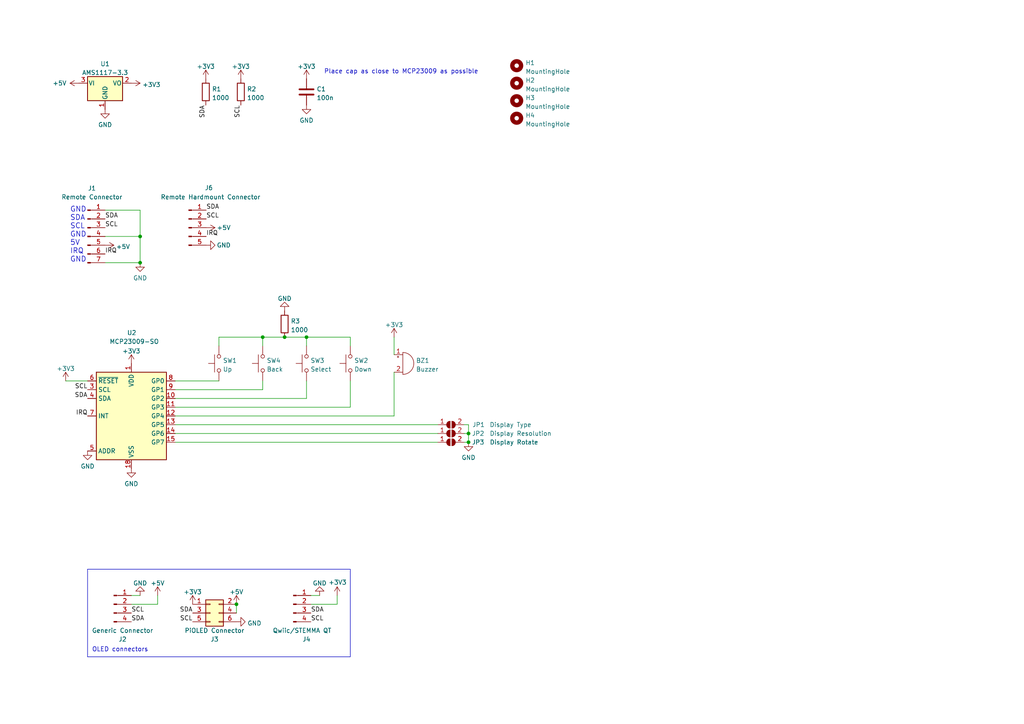
<source format=kicad_sch>
(kicad_sch (version 20230121) (generator eeschema)
  (paper "A4")
  (title_block (title "PicoPOST Remote") (date "2024-01-15") (rev "1.1") (company "The Retro Web") (comment 1 "by Matthew Petry (fireTwoOneNine) and contributors"))
  (lib_symbols
    (symbol "Connector:Conn_01x04_Male" (pin_names (offset 1.016) hide)
      (property "Reference" "J" (at 0 5.08 0))
      (property "Value" "Conn_01x04_Male" (at 0 -7.62 0))
      (symbol "Conn_01x04_Male_1_1"
        (polyline (pts (xy 1.27 -5.08) (xy 0.8636 -5.08)) (stroke (width 0.1524)))
        (polyline (pts (xy 1.27 -2.54) (xy 0.8636 -2.54)) (stroke (width 0.1524)))
        (polyline (pts (xy 1.27 0) (xy 0.8636 0)) (stroke (width 0.1524)))
        (polyline (pts (xy 1.27 2.54) (xy 0.8636 2.54)) (stroke (width 0.1524)))
        (rectangle (start 0.8636 -4.953) (end 0 -5.207) (stroke (width 0.1524)) (fill (type outline)))
        (rectangle (start 0.8636 -2.413) (end 0 -2.667) (stroke (width 0.1524)) (fill (type outline)))
        (rectangle (start 0.8636 0.127) (end 0 -0.127) (stroke (width 0.1524)) (fill (type outline)))
        (rectangle (start 0.8636 2.667) (end 0 2.413) (stroke (width 0.1524)) (fill (type outline)))
        (pin passive line (at 5.08 2.54 180) (length 3.81) (name "Pin_1") (number "1"))
        (pin passive line (at 5.08 0 180) (length 3.81) (name "Pin_2") (number "2"))
        (pin passive line (at 5.08 -2.54 180) (length 3.81) (name "Pin_3") (number "3"))
        (pin passive line (at 5.08 -5.08 180) (length 3.81) (name "Pin_4") (number "4"))
      )
    )
    (symbol "Connector:Conn_01x05_Pin" (pin_names (offset 1.016) hide)
      (property "Reference" "J" (at 0 7.62 0))
      (property "Value" "Conn_01x05_Pin" (at 0 -7.62 0))
      (symbol "Conn_01x05_Pin_1_1"
        (polyline (pts (xy 1.27 -5.08) (xy 0.8636 -5.08)) (stroke (width 0.1524)))
        (polyline (pts (xy 1.27 -2.54) (xy 0.8636 -2.54)) (stroke (width 0.1524)))
        (polyline (pts (xy 1.27 0) (xy 0.8636 0)) (stroke (width 0.1524)))
        (polyline (pts (xy 1.27 2.54) (xy 0.8636 2.54)) (stroke (width 0.1524)))
        (polyline (pts (xy 1.27 5.08) (xy 0.8636 5.08)) (stroke (width 0.1524)))
        (rectangle (start 0.8636 -4.953) (end 0 -5.207) (stroke (width 0.1524)) (fill (type outline)))
        (rectangle (start 0.8636 -2.413) (end 0 -2.667) (stroke (width 0.1524)) (fill (type outline)))
        (rectangle (start 0.8636 0.127) (end 0 -0.127) (stroke (width 0.1524)) (fill (type outline)))
        (rectangle (start 0.8636 2.667) (end 0 2.413) (stroke (width 0.1524)) (fill (type outline)))
        (rectangle (start 0.8636 5.207) (end 0 4.953) (stroke (width 0.1524)) (fill (type outline)))
        (pin passive line (at 5.08 5.08 180) (length 3.81) (name "Pin_1") (number "1"))
        (pin passive line (at 5.08 2.54 180) (length 3.81) (name "Pin_2") (number "2"))
        (pin passive line (at 5.08 0 180) (length 3.81) (name "Pin_3") (number "3"))
        (pin passive line (at 5.08 -2.54 180) (length 3.81) (name "Pin_4") (number "4"))
        (pin passive line (at 5.08 -5.08 180) (length 3.81) (name "Pin_5") (number "5"))
      )
    )
    (symbol "Connector:Conn_01x07_Male" (pin_names (offset 1.016) hide)
      (property "Reference" "J" (at 0 10.16 0))
      (property "Value" "Conn_01x07_Male" (at 0 -10.16 0))
      (symbol "Conn_01x07_Male_1_1"
        (polyline (pts (xy 1.27 -7.62) (xy 0.8636 -7.62)) (stroke (width 0.1524)))
        (polyline (pts (xy 1.27 -5.08) (xy 0.8636 -5.08)) (stroke (width 0.1524)))
        (polyline (pts (xy 1.27 -2.54) (xy 0.8636 -2.54)) (stroke (width 0.1524)))
        (polyline (pts (xy 1.27 0) (xy 0.8636 0)) (stroke (width 0.1524)))
        (polyline (pts (xy 1.27 2.54) (xy 0.8636 2.54)) (stroke (width 0.1524)))
        (polyline (pts (xy 1.27 5.08) (xy 0.8636 5.08)) (stroke (width 0.1524)))
        (polyline (pts (xy 1.27 7.62) (xy 0.8636 7.62)) (stroke (width 0.1524)))
        (rectangle (start 0.8636 -7.493) (end 0 -7.747) (stroke (width 0.1524)) (fill (type outline)))
        (rectangle (start 0.8636 -4.953) (end 0 -5.207) (stroke (width 0.1524)) (fill (type outline)))
        (rectangle (start 0.8636 -2.413) (end 0 -2.667) (stroke (width 0.1524)) (fill (type outline)))
        (rectangle (start 0.8636 0.127) (end 0 -0.127) (stroke (width 0.1524)) (fill (type outline)))
        (rectangle (start 0.8636 2.667) (end 0 2.413) (stroke (width 0.1524)) (fill (type outline)))
        (rectangle (start 0.8636 5.207) (end 0 4.953) (stroke (width 0.1524)) (fill (type outline)))
        (rectangle (start 0.8636 7.747) (end 0 7.493) (stroke (width 0.1524)) (fill (type outline)))
        (pin passive line (at 5.08 7.62 180) (length 3.81) (name "Pin_1") (number "1"))
        (pin passive line (at 5.08 5.08 180) (length 3.81) (name "Pin_2") (number "2"))
        (pin passive line (at 5.08 2.54 180) (length 3.81) (name "Pin_3") (number "3"))
        (pin passive line (at 5.08 0 180) (length 3.81) (name "Pin_4") (number "4"))
        (pin passive line (at 5.08 -2.54 180) (length 3.81) (name "Pin_5") (number "5"))
        (pin passive line (at 5.08 -5.08 180) (length 3.81) (name "Pin_6") (number "6"))
        (pin passive line (at 5.08 -7.62 180) (length 3.81) (name "Pin_7") (number "7"))
      )
    )
    (symbol "Connector_Generic:Conn_02x03_Odd_Even" (pin_names (offset 1.016) hide)
      (property "Reference" "J" (at 1.27 5.08 0))
      (property "Value" "Conn_02x03_Odd_Even" (at 1.27 -5.08 0))
      (symbol "Conn_02x03_Odd_Even_1_1"
        (rectangle (start -1.27 -2.413) (end 0 -2.667) (stroke (width 0.1524)))
        (rectangle (start -1.27 0.127) (end 0 -0.127) (stroke (width 0.1524)))
        (rectangle (start -1.27 2.667) (end 0 2.413) (stroke (width 0.1524)))
        (rectangle (start -1.27 3.81) (end 3.81 -3.81) (stroke (width 0.254)) (fill (type background)))
        (rectangle (start 3.81 -2.413) (end 2.54 -2.667) (stroke (width 0.1524)))
        (rectangle (start 3.81 0.127) (end 2.54 -0.127) (stroke (width 0.1524)))
        (rectangle (start 3.81 2.667) (end 2.54 2.413) (stroke (width 0.1524)))
        (pin passive line (at -5.08 2.54 0) (length 3.81) (name "Pin_1") (number "1"))
        (pin passive line (at 7.62 2.54 180) (length 3.81) (name "Pin_2") (number "2"))
        (pin passive line (at -5.08 0 0) (length 3.81) (name "Pin_3") (number "3"))
        (pin passive line (at 7.62 0 180) (length 3.81) (name "Pin_4") (number "4"))
        (pin passive line (at -5.08 -2.54 0) (length 3.81) (name "Pin_5") (number "5"))
        (pin passive line (at 7.62 -2.54 180) (length 3.81) (name "Pin_6") (number "6"))
      )
    )
    (symbol "Device:Buzzer" (pin_names (offset 0.0254) hide)
      (property "Reference" "BZ" (at 3.81 1.27 0))
      (property "Value" "Buzzer" (at 3.81 -1.27 0))
      (symbol "Buzzer_0_1"
        (arc (start 0 -3.175) (mid 3.1612 0) (end 0 3.175))
        (polyline (pts (xy -1.651 1.905) (xy -1.143 1.905)))
        (polyline (pts (xy -1.397 2.159) (xy -1.397 1.651)))
        (polyline (pts (xy 0 3.175) (xy 0 -3.175)))
      )
      (symbol "Buzzer_1_1"
        (pin passive line (at -2.54 2.54 0) (length 2.54) (name "-") (number "1"))
        (pin passive line (at -2.54 -2.54 0) (length 2.54) (name "+") (number "2"))
      )
    )
    (symbol "Device:C" (pin_numbers hide) (pin_names (offset 0.254))
      (property "Reference" "C" (at 0.635 2.54 0))
      (property "Value" "C" (at 0.635 -2.54 0))
      (symbol "C_0_1"
        (polyline (pts (xy -2.032 -0.762) (xy 2.032 -0.762)) (stroke (width 0.508)))
        (polyline (pts (xy -2.032 0.762) (xy 2.032 0.762)) (stroke (width 0.508)))
      )
      (symbol "C_1_1"
        (pin passive line (at 0 3.81 270) (length 2.794) (name "~") (number "1"))
        (pin passive line (at 0 -3.81 90) (length 2.794) (name "~") (number "2"))
      )
    )
    (symbol "Device:R" (pin_numbers hide) (pin_names (offset 0))
      (property "Reference" "R" (at 2.032 0 90))
      (property "Value" "R" (at 0 0 90))
      (symbol "R_0_1"
        (rectangle (start -1.016 -2.54) (end 1.016 2.54) (stroke (width 0.254)))
      )
      (symbol "R_1_1"
        (pin passive line (at 0 3.81 270) (length 1.27) (name "~") (number "1"))
        (pin passive line (at 0 -3.81 90) (length 1.27) (name "~") (number "2"))
      )
    )
    (symbol "Jumper:SolderJumper_2_Open" (pin_names (offset 0) hide)
      (property "Reference" "JP" (at 0 2.032 0))
      (property "Value" "SolderJumper_2_Open" (at 0 -2.54 0))
      (symbol "SolderJumper_2_Open_0_1"
        (arc (start -0.254 1.016) (mid -1.2656 0) (end -0.254 -1.016))
        (arc (start -0.254 1.016) (mid -1.2656 0) (end -0.254 -1.016) (fill (type outline)))
        (polyline (pts (xy -0.254 1.016) (xy -0.254 -1.016)))
        (polyline (pts (xy 0.254 1.016) (xy 0.254 -1.016)))
        (arc (start 0.254 -1.016) (mid 1.2656 0) (end 0.254 1.016))
        (arc (start 0.254 -1.016) (mid 1.2656 0) (end 0.254 1.016) (fill (type outline)))
      )
      (symbol "SolderJumper_2_Open_1_1"
        (pin passive line (at -3.81 0 0) (length 2.54) (name "A") (number "1"))
        (pin passive line (at 3.81 0 180) (length 2.54) (name "B") (number "2"))
      )
    )
    (symbol "MCP23009-E_SO:MCP23009-SO"
      (property "Reference" "U" (at -8.89 13.97 0))
      (property "Value" "MCP23009-SO" (at 8.89 13.97 0))
      (symbol "MCP23009-SO_0_1"
        (rectangle (start -10.16 12.7) (end 10.16 -12.7) (stroke (width 0.254)) (fill (type background)))
      )
      (symbol "MCP23009-SO_1_1"
        (pin power_in line (at 0 15.24 270) (length 2.54) (name "VDD") (number "1"))
        (pin bidirectional line (at 12.7 5.08 180) (length 2.54) (name "GP2") (number "10"))
        (pin bidirectional line (at 12.7 2.54 180) (length 2.54) (name "GP3") (number "11"))
        (pin bidirectional line (at 12.7 0 180) (length 2.54) (name "GP4") (number "12"))
        (pin bidirectional line (at 12.7 -2.54 180) (length 2.54) (name "GP5") (number "13"))
        (pin bidirectional line (at 12.7 -5.08 180) (length 2.54) (name "GP6") (number "14"))
        (pin bidirectional line (at 12.7 -7.62 180) (length 2.54) (name "GP7") (number "15"))
        (pin power_in line (at 0 -15.24 90) (length 2.54) (name "VSS") (number "18"))
        (pin input line (at -12.7 7.62 0) (length 2.54) (name "SCL") (number "3"))
        (pin bidirectional line (at -12.7 5.08 0) (length 2.54) (name "SDA") (number "4"))
        (pin input line (at -12.7 -10.16 0) (length 2.54) (name "ADDR") (number "5"))
        (pin input line (at -12.7 10.16 0) (length 2.54) (name "~{RESET}") (number "6"))
        (pin output line (at -12.7 0 0) (length 2.54) (name "INT") (number "7"))
        (pin bidirectional line (at 12.7 10.16 180) (length 2.54) (name "GP0") (number "8"))
        (pin bidirectional line (at 12.7 7.62 180) (length 2.54) (name "GP1") (number "9"))
      )
    )
    (symbol "Mechanical:MountingHole" (pin_names (offset 1.016))
      (property "Reference" "H" (at 0 5.08 0))
      (property "Value" "MountingHole" (at 0 3.175 0))
      (symbol "MountingHole_0_1"
        (circle (center 0 0) (radius 1.27) (stroke (width 1.27)))
      )
    )
    (symbol "Regulator_Linear:AMS1117-3.3" (pin_names (offset 0.254))
      (property "Reference" "U" (at -3.81 3.175 0))
      (property "Value" "AMS1117-3.3" (at 0 3.175 0))
      (symbol "AMS1117-3.3_0_1"
        (rectangle (start -5.08 -5.08) (end 5.08 1.905) (stroke (width 0.254)) (fill (type background)))
      )
      (symbol "AMS1117-3.3_1_1"
        (pin power_in line (at 0 -7.62 90) (length 2.54) (name "GND") (number "1"))
        (pin power_out line (at 7.62 0 180) (length 2.54) (name "VO") (number "2"))
        (pin power_in line (at -7.62 0 0) (length 2.54) (name "VI") (number "3"))
      )
    )
    (symbol "Switch:SW_Push" (pin_numbers hide) (pin_names (offset 1.016) hide)
      (property "Reference" "SW" (at 1.27 2.54 0))
      (property "Value" "SW_Push" (at 0 -1.524 0))
      (symbol "SW_Push_0_1"
        (circle (center -2.032 0) (radius 0.508))
        (polyline (pts (xy 0 1.27) (xy 0 3.048)))
        (polyline (pts (xy 2.54 1.27) (xy -2.54 1.27)))
        (circle (center 2.032 0) (radius 0.508))
        (pin passive line (at -5.08 0 0) (length 2.54) (name "1") (number "1"))
        (pin passive line (at 5.08 0 180) (length 2.54) (name "2") (number "2"))
      )
    )
    (symbol "power:+3.3V" (power) (pin_names (offset 0))
      (property "Value" "+3.3V" (at 0 3.556 0))
      (symbol "+3.3V_0_1"
        (polyline (pts (xy -0.762 1.27) (xy 0 2.54)))
        (polyline (pts (xy 0 0) (xy 0 2.54)))
        (polyline (pts (xy 0 2.54) (xy 0.762 1.27)))
      )
      (symbol "+3.3V_1_1"
        (pin power_in line (at 0 0 90) (length 0) hide (name "+3V3") (number "1"))
      )
    )
    (symbol "power:+3V3" (power) (pin_names (offset 0))
      (property "Value" "+3V3" (at 0 3.556 0))
      (symbol "+3V3_0_1"
        (polyline (pts (xy -0.762 1.27) (xy 0 2.54)))
        (polyline (pts (xy 0 0) (xy 0 2.54)))
        (polyline (pts (xy 0 2.54) (xy 0.762 1.27)))
      )
      (symbol "+3V3_1_1"
        (pin power_in line (at 0 0 90) (length 0) hide (name "+3V3") (number "1"))
      )
    )
    (symbol "power:+5V" (power) (pin_names (offset 0))
      (property "Value" "+5V" (at 0 3.556 0))
      (symbol "+5V_0_1"
        (polyline (pts (xy -0.762 1.27) (xy 0 2.54)))
        (polyline (pts (xy 0 0) (xy 0 2.54)))
        (polyline (pts (xy 0 2.54) (xy 0.762 1.27)))
      )
      (symbol "+5V_1_1"
        (pin power_in line (at 0 0 90) (length 0) hide (name "+5V") (number "1"))
      )
    )
    (symbol "power:GND" (power) (pin_names (offset 0))
      (property "Value" "GND" (at 0 -3.81 0))
      (symbol "GND_0_1"
        (polyline (pts (xy 0 0) (xy 0 -1.27) (xy 1.27 -1.27) (xy 0 -2.54) (xy -1.27 -1.27) (xy 0 -1.27)))
      )
      (symbol "GND_1_1"
        (pin power_in line (at 0 0 270) (length 0) hide (name "GND") (number "1"))
      )
    )
  )
  (junction (at 40.64 76.2))
  (junction (at 40.64 68.58))
  (junction (at 82.55 97.79))
  (junction (at 68.58 175.26))
  (junction (at 76.2 97.79))
  (junction (at 135.89 128.27))
  (junction (at 135.89 125.73))
  (junction (at 88.9 97.79))
  (wire (pts (xy 134.62 128.27) (xy 135.89 128.27)))
  (wire (pts (xy 135.89 123.19) (xy 135.89 125.73)))
  (polyline (pts (xy 25.4 190.5) (xy 101.6 190.5)))
  (wire (pts (xy 135.89 128.27) (xy 135.89 125.73)))
  (wire (pts (xy 50.8 123.19) (xy 127 123.19)))
  (wire (pts (xy 50.8 118.11) (xy 101.6 118.11)))
  (wire (pts (xy 90.17 175.26) (xy 97.79 175.26)))
  (wire (pts (xy 50.8 113.03) (xy 76.2 113.03)))
  (polyline (pts (xy 25.4 165.1) (xy 101.6 165.1)))
  (wire (pts (xy 90.17 172.72) (xy 92.71 172.72)))
  (wire (pts (xy 30.48 60.96) (xy 40.64 60.96)))
  (polyline (pts (xy 25.4 165.1) (xy 25.4 190.5)))
  (wire (pts (xy 50.8 120.65) (xy 114.3 120.65)))
  (wire (pts (xy 101.6 118.11) (xy 101.6 110.49)))
  (wire (pts (xy 40.64 60.96) (xy 40.64 68.58)))
  (wire (pts (xy 45.72 175.26) (xy 45.72 172.72)))
  (wire (pts (xy 88.9 97.79) (xy 101.6 97.79)))
  (wire (pts (xy 68.58 175.26) (xy 68.58 177.8)))
  (wire (pts (xy 134.62 125.73) (xy 135.89 125.73)))
  (wire (pts (xy 114.3 97.79) (xy 114.3 102.87)))
  (wire (pts (xy 63.5 97.79) (xy 76.2 97.79)))
  (wire (pts (xy 50.8 115.57) (xy 88.9 115.57)))
  (wire (pts (xy 50.8 128.27) (xy 127 128.27)))
  (wire (pts (xy 38.1 175.26) (xy 45.72 175.26)))
  (wire (pts (xy 82.55 97.79) (xy 88.9 97.79)))
  (wire (pts (xy 63.5 100.33) (xy 63.5 97.79)))
  (polyline (pts (xy 101.6 190.5) (xy 101.6 165.1)))
  (wire (pts (xy 76.2 97.79) (xy 82.55 97.79)))
  (wire (pts (xy 40.64 68.58) (xy 40.64 76.2)))
  (wire (pts (xy 114.3 120.65) (xy 114.3 107.95)))
  (wire (pts (xy 134.62 123.19) (xy 135.89 123.19)))
  (wire (pts (xy 76.2 97.79) (xy 76.2 100.33)))
  (wire (pts (xy 19.05 110.49) (xy 25.4 110.49)))
  (wire (pts (xy 30.48 68.58) (xy 40.64 68.58)))
  (wire (pts (xy 38.1 172.72) (xy 40.64 172.72)))
  (wire (pts (xy 88.9 97.79) (xy 88.9 100.33)))
  (wire (pts (xy 76.2 113.03) (xy 76.2 110.49)))
  (wire (pts (xy 101.6 97.79) (xy 101.6 100.33)))
  (wire (pts (xy 30.48 76.2) (xy 40.64 76.2)))
  (wire (pts (xy 50.8 125.73) (xy 127 125.73)))
  (wire (pts (xy 50.8 110.49) (xy 63.5 110.49)))
  (wire (pts (xy 88.9 115.57) (xy 88.9 110.49)))
  (wire (pts (xy 97.79 175.26) (xy 97.79 172.72)))
  (text "GND\nSDA\nSCL\nGND\n5V\nIRQ\nGND" (at 20.32 76.2 0) (effects (font (size 1.5 1.5)) (justify left bottom)))
  (text "Place cap as close to MCP23009 as possible" (at 93.98 21.59 0) (effects (font (size 1.27 1.27)) (justify left bottom)))
  (text "OLED connectors" (at 26.67 189.23 0) (effects (font (size 1.27 1.27)) (justify left bottom)))
  (label "SDA" (at 55.88 177.8 180))
  (label "SCL" (at 30.48 66.04 0))
  (label "SDA" (at 30.48 63.5 0))
  (label "SDA" (at 90.17 177.8 0))
  (label "SDA" (at 38.1 180.34 0))
  (label "SDA" (at 25.4 115.57 180))
  (label "SCL" (at 59.817 63.5 0))
  (label "SCL" (at 55.88 180.34 180))
  (label "SCL" (at 25.4 113.03 180))
  (label "IRQ" (at 25.4 120.65 180))
  (label "SCL" (at 69.85 30.48 270))
  (label "SCL" (at 38.1 177.8 0))
  (label "SCL" (at 90.17 180.34 0))
  (label "SDA" (at 59.69 30.48 270))
  (label "SDA" (at 59.817 60.96 0))
  (label "IRQ" (at 59.817 68.58 0))
  (label "IRQ" (at 30.48 73.66 0))
  (symbol (lib_id "Connector:Conn_01x07_Male") (at 25.4 68.58 0) (unit 1)
    (property "Reference" "J1" (at 26.67 54.61 0))
    (property "Value" "Remote Connector" (at 26.67 57.15 0))
    (property "Footprint" "eec:Molex-47080-4001-0-0-0" (effects hide))
  )
  (symbol (lib_id "power:GND") (at 30.48 31.75 0) (unit 1)
    (property "Reference" "#PWR04" (effects hide))
    (property "Value" "GND" (at 30.48 36.1934 0))
  )
  (symbol (lib_id "power:GND") (at 38.1 135.89 0) (unit 1)
    (property "Reference" "#PWR08" (effects hide))
    (property "Value" "GND" (at 38.1 140.3334 0))
  )
  (symbol (lib_id "Connector:Conn_01x05_Pin") (at 54.737 66.04 0) (unit 1)
    (property "Reference" "J6" (at 60.579 54.483 0))
    (property "Value" "Remote Hardmount Connector" (at 61.087 57.15 0))
    (property "Footprint" "Connector_PinSocket_2.54mm:PinSocket_1x05_P2.54mm_Horizontal" (effects hide))
  )
  (symbol (lib_id "power:GND") (at 82.55 90.17 180) (unit 1)
    (property "Reference" "#PWR017" (effects hide))
    (property "Value" "GND" (at 82.55 86.5942 0))
  )
  (symbol (lib_id "Mechanical:MountingHole") (at 149.86 29.21 0) (unit 1)
    (property "Reference" "H3" (at 152.4 28.3753 0) (effects (justify left)))
    (property "Value" "MountingHole" (at 152.4 30.9122 0) (effects (justify left)))
    (property "Footprint" "MountingHole:MountingHole_2.2mm_M2" (effects hide))
  )
  (symbol (lib_id "Mechanical:MountingHole") (at 149.86 19.05 0) (unit 1)
    (property "Reference" "H1" (at 152.4 18.2153 0) (effects (justify left)))
    (property "Value" "MountingHole" (at 152.4 20.7522 0) (effects (justify left)))
    (property "Footprint" "MountingHole:MountingHole_2.2mm_M2" (effects hide))
  )
  (symbol (lib_id "Device:C") (at 88.9 26.67 0) (unit 1)
    (property "Reference" "C1" (at 91.821 25.8353 0) (effects (justify left)))
    (property "Value" "100n" (at 91.821 28.3722 0) (effects (justify left)))
    (property "Footprint" "Capacitor_SMD:C_1206_3216Metric_Pad1.33x1.80mm_HandSolder" (effects hide))
  )
  (symbol (lib_id "power:+3V3") (at 69.85 22.86 0) (unit 1)
    (property "Reference" "#PWR016" (effects hide))
    (property "Value" "+3V3" (at 69.85 19.2842 0))
  )
  (symbol (lib_id "Jumper:SolderJumper_2_Open") (at 130.81 125.73 0) (unit 1)
    (property "Reference" "JP2" (at 138.684 125.73 0))
    (property "Value" "Display Resolution" (at 151.003 125.73 0))
    (property "Footprint" "Jumper:SolderJumper-2_P1.3mm_Open_TrianglePad1.0x1.5mm" (effects hide))
  )
  (symbol (lib_id "Jumper:SolderJumper_2_Open") (at 130.81 123.19 0) (unit 1)
    (property "Reference" "JP1" (at 138.811 123.19 0))
    (property "Value" "Display Type" (at 148.082 123.19 0))
    (property "Footprint" "Jumper:SolderJumper-2_P1.3mm_Open_TrianglePad1.0x1.5mm" (effects hide))
  )
  (symbol (lib_id "Connector:Conn_01x04_Male") (at 33.02 175.26 0) (unit 1)
    (property "Reference" "J2" (at 35.56 185.42 0))
    (property "Value" "Generic Connector" (at 35.56 182.88 0))
    (property "Footprint" "Connector_PinHeader_2.54mm:PinHeader_1x04_P2.54mm_Vertical" (effects hide))
  )
  (symbol (lib_id "power:GND") (at 40.64 172.72 180) (unit 1)
    (property "Reference" "#PWR010" (effects hide))
    (property "Value" "GND" (at 40.64 169.1442 0))
  )
  (symbol (lib_id "power:+3V3") (at 59.69 22.86 0) (unit 1)
    (property "Reference" "#PWR013" (effects hide))
    (property "Value" "+3V3" (at 59.69 19.2842 0))
  )
  (symbol (lib_id "power:+3V3") (at 38.1 105.41 0) (unit 1)
    (property "Reference" "#PWR07" (effects hide))
    (property "Value" "+3V3" (at 38.1 101.8342 0))
  )
  (symbol (lib_id "Mechanical:MountingHole") (at 149.86 34.29 0) (unit 1)
    (property "Reference" "H4" (at 152.4 33.4553 0) (effects (justify left)))
    (property "Value" "MountingHole" (at 152.4 35.9922 0) (effects (justify left)))
    (property "Footprint" "MountingHole:MountingHole_2.2mm_M2" (effects hide))
  )
  (symbol (lib_id "Connector:Conn_01x04_Male") (at 85.09 175.26 0) (unit 1)
    (property "Reference" "J4" (at 88.9 185.42 0))
    (property "Value" "Qwiic/STEMMA QT" (at 87.63 182.88 0))
    (property "Footprint" "Connector_JST:JST_SH_SM04B-SRSS-TB_1x04-1MP_P1.00mm_Horizontal" (effects hide))
  )
  (symbol (lib_id "MCP23009-E_SO:MCP23009-SO") (at 38.1 120.65 0) (unit 1)
    (property "Reference" "U2" (at 36.83 96.52 0) (effects (justify left)))
    (property "Value" "MCP23009-SO" (at 31.75 99.06 0) (effects (justify left)))
    (property "Footprint" "Package_SO:SOIC-18W_7.5x11.6mm_P1.27mm" (effects hide))
    (property "Datasheet" "http://ww1.microchip.com/downloads/en/DeviceDoc/MCP23008-MCP23S08-Data-Sheet-20001919F.pdf" (effects hide))
  )
  (symbol (lib_id "power:GND") (at 88.9 30.48 0) (unit 1)
    (property "Reference" "#PWR022" (effects hide))
    (property "Value" "GND" (at 88.9 34.9234 0))
  )
  (symbol (lib_id "power:GND") (at 135.89 128.27 0) (unit 1)
    (property "Reference" "#PWR0101" (effects hide))
    (property "Value" "GND" (at 135.89 132.7134 0))
  )
  (symbol (lib_id "power:GND") (at 40.64 76.2 0) (unit 1)
    (property "Reference" "#PWR09" (effects hide))
    (property "Value" "GND" (at 40.64 80.6434 0))
  )
  (symbol (lib_id "power:+3V3") (at 114.3 97.79 0) (unit 1)
    (property "Reference" "#PWR020" (effects hide))
    (property "Value" "+3V3" (at 114.3 94.2142 0))
  )
  (symbol (lib_id "power:+3V3") (at 97.79 172.72 0) (unit 1)
    (property "Reference" "#PWR019" (effects hide))
    (property "Value" "+3V3" (at 95.25 168.91 0) (effects (justify left)))
  )
  (symbol (lib_id "power:GND") (at 92.71 172.72 180) (unit 1)
    (property "Reference" "#PWR018" (effects hide))
    (property "Value" "GND" (at 92.71 169.1442 0))
  )
  (symbol (lib_id "Connector_Generic:Conn_02x03_Odd_Even") (at 60.96 177.8 0) (unit 1)
    (property "Reference" "J3" (at 62.23 185.42 0))
    (property "Value" "PiOLED Connector" (at 62.23 182.88 0))
    (property "Footprint" "Connector_PinHeader_2.54mm:PinHeader_2x03_P2.54mm_Vertical" (effects hide))
  )
  (symbol (lib_id "Device:R") (at 69.85 26.67 0) (unit 1)
    (property "Reference" "R2" (at 71.628 25.8353 0) (effects (justify left)))
    (property "Value" "1000" (at 71.628 28.3722 0) (effects (justify left)))
    (property "Footprint" "Resistor_SMD:R_1206_3216Metric_Pad1.30x1.75mm_HandSolder" (effects hide))
  )
  (symbol (lib_id "power:+5V") (at 22.86 24.13 90) (unit 1)
    (property "Reference" "#PWR02" (effects hide))
    (property "Value" "+5V" (at 15.24 24.13 90) (effects (justify right)))
  )
  (symbol (lib_id "power:+3.3V") (at 19.05 110.49 0) (unit 1)
    (property "Reference" "#PWR0102" (effects hide))
    (property "Value" "+3.3V" (at 19.05 106.9142 0))
  )
  (symbol (lib_id "Regulator_Linear:AMS1117-3.3") (at 30.48 24.13 0) (unit 1)
    (property "Reference" "U1" (at 30.48 18.5252 0))
    (property "Value" "AMS1117-3.3" (at 30.48 21.0621 0))
    (property "Footprint" "Package_TO_SOT_SMD:SOT-223-3_TabPin2" (effects hide))
    (property "Datasheet" "http://www.advanced-monolithic.com/pdf/ds1117.pdf" (effects hide))
  )
  (symbol (lib_id "Jumper:SolderJumper_2_Open") (at 130.81 128.27 0) (unit 1)
    (property "Reference" "JP3" (at 138.684 128.27 0))
    (property "Value" "Display Rotate" (at 149.098 128.27 0))
    (property "Footprint" "Jumper:SolderJumper-2_P1.3mm_Open_TrianglePad1.0x1.5mm" (effects hide))
  )
  (symbol (lib_id "power:GND") (at 68.58 180.34 90) (unit 1)
    (property "Reference" "#PWR015" (effects hide))
    (property "Value" "GND" (at 71.755 180.7738 90) (effects (justify right)))
  )
  (symbol (lib_id "power:+5V") (at 30.48 71.12 270) (unit 1)
    (property "Reference" "#PWR05" (effects hide))
    (property "Value" "+5V" (at 33.655 71.5538 90) (effects (justify left)))
  )
  (symbol (lib_id "Device:Buzzer") (at 116.84 105.41 0) (unit 1)
    (property "Reference" "BZ1" (at 120.65 104.5753 0) (effects (justify left)))
    (property "Value" "Buzzer" (at 120.65 107.1122 0) (effects (justify left)))
    (property "Footprint" "modified ICs:7.6mm side mount buzzer" (effects hide))
  )
  (symbol (lib_id "Switch:SW_Push") (at 88.9 105.41 90) (unit 1)
    (property "Reference" "SW3" (at 90.043 104.5753 90) (effects (justify right)))
    (property "Value" "Select" (at 90.043 107.1122 90) (effects (justify right)))
    (property "Footprint" "Button_Switch_THT:SW_PUSH_6mm" (effects hide))
  )
  (symbol (lib_id "power:+5V") (at 59.817 66.04 270) (unit 1)
    (property "Reference" "#PWR01" (effects hide))
    (property "Value" "+5V" (at 64.897 66.04 90))
  )
  (symbol (lib_id "power:+3V3") (at 55.88 175.26 0) (unit 1)
    (property "Reference" "#PWR012" (effects hide))
    (property "Value" "+3V3" (at 55.88 171.6842 0))
  )
  (symbol (lib_id "Device:R") (at 59.69 26.67 0) (unit 1)
    (property "Reference" "R1" (at 61.468 25.8353 0) (effects (justify left)))
    (property "Value" "1000" (at 61.468 28.3722 0) (effects (justify left)))
    (property "Footprint" "Resistor_SMD:R_1206_3216Metric_Pad1.30x1.75mm_HandSolder" (effects hide))
  )
  (symbol (lib_id "Switch:SW_Push") (at 76.2 105.41 90) (unit 1)
    (property "Reference" "SW4" (at 77.343 104.5753 90) (effects (justify right)))
    (property "Value" "Back" (at 77.343 107.1122 90) (effects (justify right)))
    (property "Footprint" "Button_Switch_THT:SW_PUSH_6mm" (effects hide))
  )
  (symbol (lib_id "power:+5V") (at 68.58 175.26 0) (unit 1)
    (property "Reference" "#PWR014" (effects hide))
    (property "Value" "+5V" (at 68.58 171.6842 0))
  )
  (symbol (lib_id "Switch:SW_Push") (at 101.6 105.41 90) (unit 1)
    (property "Reference" "SW2" (at 102.743 104.5753 90) (effects (justify right)))
    (property "Value" "Down" (at 102.743 107.1122 90) (effects (justify right)))
    (property "Footprint" "Button_Switch_THT:SW_PUSH_6mm" (effects hide))
  )
  (symbol (lib_id "power:GND") (at 59.817 71.12 90) (unit 1)
    (property "Reference" "#PWR023" (effects hide))
    (property "Value" "GND" (at 64.897 71.12 90))
  )
  (symbol (lib_id "power:+5V") (at 45.72 172.72 0) (unit 1)
    (property "Reference" "#PWR011" (effects hide))
    (property "Value" "+5V" (at 45.72 169.1442 0))
  )
  (symbol (lib_id "Device:R") (at 82.55 93.98 0) (unit 1)
    (property "Reference" "R3" (at 84.328 93.1453 0) (effects (justify left)))
    (property "Value" "1000" (at 84.328 95.6822 0) (effects (justify left)))
    (property "Footprint" "Resistor_SMD:R_1206_3216Metric_Pad1.30x1.75mm_HandSolder" (effects hide))
  )
  (symbol (lib_id "power:+3V3") (at 38.1 24.13 270) (unit 1)
    (property "Reference" "#PWR06" (effects hide))
    (property "Value" "+3V3" (at 41.275 24.5638 90) (effects (justify left)))
  )
  (symbol (lib_id "power:GND") (at 25.4 130.81 0) (unit 1)
    (property "Reference" "#PWR03" (effects hide))
    (property "Value" "GND" (at 25.4 135.2534 0))
  )
  (symbol (lib_id "Switch:SW_Push") (at 63.5 105.41 90) (unit 1)
    (property "Reference" "SW1" (at 64.643 104.5753 90) (effects (justify right)))
    (property "Value" "Up" (at 64.643 107.1122 90) (effects (justify right)))
    (property "Footprint" "Button_Switch_THT:SW_PUSH_6mm" (effects hide))
  )
  (symbol (lib_id "power:+3V3") (at 88.9 22.86 0) (unit 1)
    (property "Reference" "#PWR021" (effects hide))
    (property "Value" "+3V3" (at 88.9 19.2842 0))
  )
  (symbol (lib_id "Mechanical:MountingHole") (at 149.86 24.13 0) (unit 1)
    (property "Reference" "H2" (at 152.4 23.2953 0) (effects (justify left)))
    (property "Value" "MountingHole" (at 152.4 25.8322 0) (effects (justify left)))
    (property "Footprint" "MountingHole:MountingHole_2.2mm_M2" (effects hide))
  )
)
</source>
